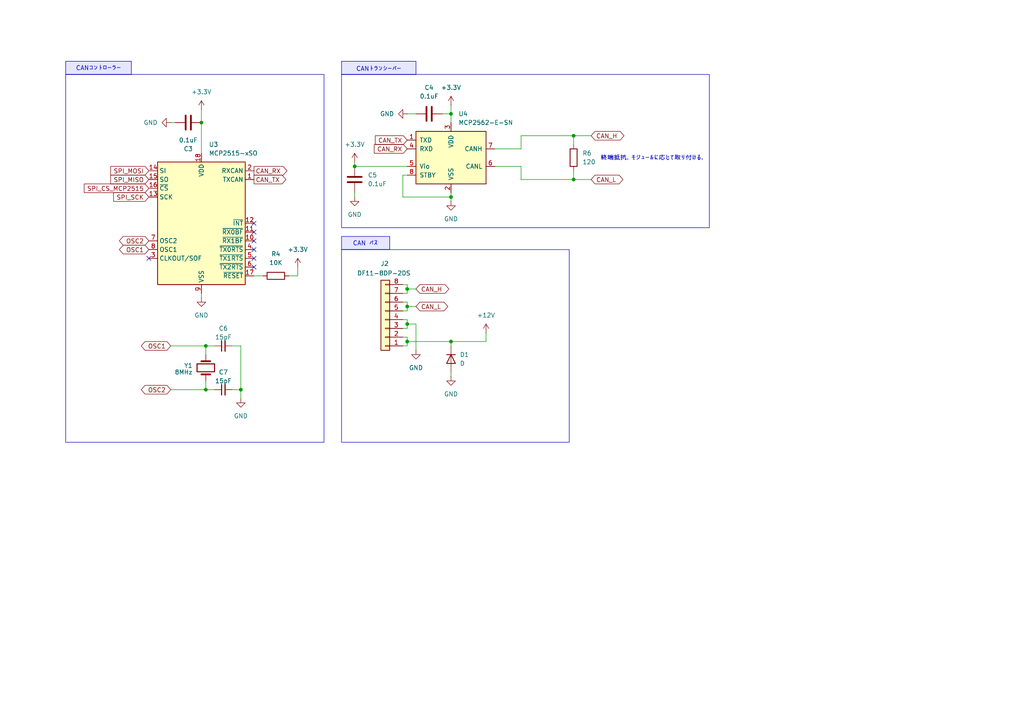
<source format=kicad_sch>
(kicad_sch (version 20250114) (generator "eeschema") (generator_version "9.0")
  (paper "A4")
  (lib_symbols
    (symbol "Connector_Generic:Conn_01x08" (pin_names (offset 1.016) (hide yes))
      (property "Reference" "J" (at 0 10.16 0))
      (property "Value" "Conn_01x08" (at 0 -12.7 0))
      (symbol "Conn_01x08_1_1"
        (rectangle (start -1.27 8.89) (end 1.27 -11.43) (stroke (width 0.254)) (fill (type background)))
        (rectangle (start -1.27 7.747) (end 0 7.493) (stroke (width 0.1524)))
        (rectangle (start -1.27 5.207) (end 0 4.953) (stroke (width 0.1524)))
        (rectangle (start -1.27 2.667) (end 0 2.413) (stroke (width 0.1524)))
        (rectangle (start -1.27 0.127) (end 0 -0.127) (stroke (width 0.1524)))
        (rectangle (start -1.27 -2.413) (end 0 -2.667) (stroke (width 0.1524)))
        (rectangle (start -1.27 -4.953) (end 0 -5.207) (stroke (width 0.1524)))
        (rectangle (start -1.27 -7.493) (end 0 -7.747) (stroke (width 0.1524)))
        (rectangle (start -1.27 -10.033) (end 0 -10.287) (stroke (width 0.1524)))
        (pin passive line (at -5.08 7.62 0) (length 3.81) (name "Pin_1") (number "1"))
        (pin passive line (at -5.08 5.08 0) (length 3.81) (name "Pin_2") (number "2"))
        (pin passive line (at -5.08 2.54 0) (length 3.81) (name "Pin_3") (number "3"))
        (pin passive line (at -5.08 0 0) (length 3.81) (name "Pin_4") (number "4"))
        (pin passive line (at -5.08 -2.54 0) (length 3.81) (name "Pin_5") (number "5"))
        (pin passive line (at -5.08 -5.08 0) (length 3.81) (name "Pin_6") (number "6"))
        (pin passive line (at -5.08 -7.62 0) (length 3.81) (name "Pin_7") (number "7"))
        (pin passive line (at -5.08 -10.16 0) (length 3.81) (name "Pin_8") (number "8"))
      )
    )
    (symbol "Device:C" (pin_numbers (hide yes)) (pin_names (offset 0.254))
      (property "Reference" "C" (at 0.635 2.54 0))
      (property "Value" "C" (at 0.635 -2.54 0))
      (symbol "C_0_1"
        (polyline (pts (xy -2.032 0.762) (xy 2.032 0.762)) (stroke (width 0.508)))
        (polyline (pts (xy -2.032 -0.762) (xy 2.032 -0.762)) (stroke (width 0.508)))
      )
      (symbol "C_1_1"
        (pin passive line (at 0 3.81 270) (length 2.794) (name "~") (number "1"))
        (pin passive line (at 0 -3.81 90) (length 2.794) (name "~") (number "2"))
      )
    )
    (symbol "Device:C_Small" (pin_numbers (hide yes)) (pin_names (offset 0.254) (hide yes))
      (property "Reference" "C" (at 0.254 1.778 0))
      (property "Value" "C_Small" (at 0.254 -2.032 0))
      (symbol "C_Small_0_1"
        (polyline (pts (xy -1.524 0.508) (xy 1.524 0.508)) (stroke (width 0.3048)))
        (polyline (pts (xy -1.524 -0.508) (xy 1.524 -0.508)) (stroke (width 0.3302)))
      )
      (symbol "C_Small_1_1"
        (pin passive line (at 0 2.54 270) (length 2.032) (name "~") (number "1"))
        (pin passive line (at 0 -2.54 90) (length 2.032) (name "~") (number "2"))
      )
    )
    (symbol "Device:Crystal" (pin_numbers (hide yes)) (pin_names (offset 1.016) (hide yes))
      (property "Reference" "Y" (at 0 3.81 0))
      (property "Value" "Crystal" (at 0 -3.81 0))
      (symbol "Crystal_0_1"
        (polyline (pts (xy -2.54 0) (xy -1.905 0)))
        (polyline (pts (xy -1.905 -1.27) (xy -1.905 1.27)) (stroke (width 0.508)))
        (rectangle (start -1.143 2.54) (end 1.143 -2.54) (stroke (width 0.3048)))
        (polyline (pts (xy 1.905 -1.27) (xy 1.905 1.27)) (stroke (width 0.508)))
        (polyline (pts (xy 2.54 0) (xy 1.905 0)))
      )
      (symbol "Crystal_1_1"
        (pin passive line (at -3.81 0 0) (length 1.27) (name "1") (number "1"))
        (pin passive line (at 3.81 0 180) (length 1.27) (name "2") (number "2"))
      )
    )
    (symbol "Device:D" (pin_numbers (hide yes)) (pin_names (offset 1.016) (hide yes))
      (property "Reference" "D" (at 0 2.54 0))
      (property "Value" "D" (at 0 -2.54 0))
      (symbol "D_0_1"
        (polyline (pts (xy -1.27 1.27) (xy -1.27 -1.27)) (stroke (width 0.254)))
        (polyline (pts (xy 1.27 1.27) (xy 1.27 -1.27) (xy -1.27 0) (xy 1.27 1.27)) (stroke (width 0.254)))
        (polyline (pts (xy 1.27 0) (xy -1.27 0)))
      )
      (symbol "D_1_1"
        (pin passive line (at -3.81 0 0) (length 2.54) (name "K") (number "1"))
        (pin passive line (at 3.81 0 180) (length 2.54) (name "A") (number "2"))
      )
    )
    (symbol "Device:R" (pin_numbers (hide yes)) (pin_names (offset 0))
      (property "Reference" "R" (at 2.032 0 90))
      (property "Value" "R" (at 0 0 90))
      (symbol "R_0_1"
        (rectangle (start -1.016 -2.54) (end 1.016 2.54) (stroke (width 0.254)))
      )
      (symbol "R_1_1"
        (pin passive line (at 0 3.81 270) (length 1.27) (name "~") (number "1"))
        (pin passive line (at 0 -3.81 90) (length 1.27) (name "~") (number "2"))
      )
    )
    (symbol "GND_1" (power) (pin_numbers (hide yes)) (pin_names (offset 0) (hide yes))
      (property "Value" "GND" (at 0 -3.81 0))
      (symbol "GND_1_0_1"
        (polyline (pts (xy 0 0) (xy 0 -1.27) (xy 1.27 -1.27) (xy 0 -2.54) (xy -1.27 -1.27) (xy 0 -1.27)))
      )
      (symbol "GND_1_1_1"
        (pin power_in line (at 0 0 270) (length 0) (name "~") (number "1"))
      )
    )
    (symbol "GND_2" (power) (pin_numbers (hide yes)) (pin_names (offset 0) (hide yes))
      (property "Value" "GND" (at 0 -3.81 0))
      (symbol "GND_2_0_1"
        (polyline (pts (xy 0 0) (xy 0 -1.27) (xy 1.27 -1.27) (xy 0 -2.54) (xy -1.27 -1.27) (xy 0 -1.27)))
      )
      (symbol "GND_2_1_1"
        (pin power_in line (at 0 0 270) (length 0) (name "~") (number "1"))
      )
    )
    (symbol "GND_3" (power) (pin_numbers (hide yes)) (pin_names (offset 0) (hide yes))
      (property "Value" "GND" (at 0 -3.81 0))
      (symbol "GND_3_0_1"
        (polyline (pts (xy 0 0) (xy 0 -1.27) (xy 1.27 -1.27) (xy 0 -2.54) (xy -1.27 -1.27) (xy 0 -1.27)))
      )
      (symbol "GND_3_1_1"
        (pin power_in line (at 0 0 270) (length 0) (name "~") (number "1"))
      )
    )
    (symbol "GND_4" (power) (pin_numbers (hide yes)) (pin_names (offset 0) (hide yes))
      (property "Value" "GND" (at 0 -3.81 0))
      (symbol "GND_4_0_1"
        (polyline (pts (xy 0 0) (xy 0 -1.27) (xy 1.27 -1.27) (xy 0 -2.54) (xy -1.27 -1.27) (xy 0 -1.27)))
      )
      (symbol "GND_4_1_1"
        (pin power_in line (at 0 0 270) (length 0) (name "~") (number "1"))
      )
    )
    (symbol "Interface_CAN_LIN:MCP2515-xSO"
      (property "Reference" "U" (at -10.16 19.685 0))
      (property "Value" "MCP2515-xSO" (at 19.05 20.32 0))
      (symbol "MCP2515-xSO_0_1"
        (rectangle (start -12.7 17.78) (end 12.7 -17.78) (stroke (width 0.254)) (fill (type background)))
      )
      (symbol "MCP2515-xSO_1_1"
        (pin input line (at -15.24 15.24 0) (length 2.54) (name "SI") (number "14"))
        (pin output line (at -15.24 12.7 0) (length 2.54) (name "SO") (number "15"))
        (pin input line (at -15.24 10.16 0) (length 2.54) (name "~{CS}") (number "16"))
        (pin input line (at -15.24 7.62 0) (length 2.54) (name "SCK") (number "13"))
        (pin output line (at -15.24 -5.08 0) (length 2.54) (name "OSC2") (number "7"))
        (pin input line (at -15.24 -7.62 0) (length 2.54) (name "OSC1") (number "8"))
        (pin output line (at -15.24 -10.16 0) (length 2.54) (name "CLKOUT/SOF") (number "3"))
        (pin power_in line (at 0 20.32 270) (length 2.54) (name "VDD") (number "18"))
        (pin power_in line (at 0 -20.32 90) (length 2.54) (name "VSS") (number "9"))
        (pin input line (at 15.24 15.24 180) (length 2.54) (name "RXCAN") (number "2"))
        (pin output line (at 15.24 12.7 180) (length 2.54) (name "TXCAN") (number "1"))
        (pin output line (at 15.24 0 180) (length 2.54) (name "~{INT}") (number "12"))
        (pin output line (at 15.24 -2.54 180) (length 2.54) (name "~{RX0BF}") (number "11"))
        (pin output line (at 15.24 -5.08 180) (length 2.54) (name "~{RX1BF}") (number "10"))
        (pin input line (at 15.24 -7.62 180) (length 2.54) (name "~{TX0RTS}") (number "4"))
        (pin input line (at 15.24 -10.16 180) (length 2.54) (name "~{TX1RTS}") (number "5"))
        (pin input line (at 15.24 -12.7 180) (length 2.54) (name "~{TX2RTS}") (number "6"))
        (pin input line (at 15.24 -15.24 180) (length 2.54) (name "~{RESET}") (number "17"))
      )
    )
    (symbol "Interface_CAN_LIN:MCP2562-E-SN" (pin_names (offset 1.016))
      (property "Reference" "U" (at -10.16 8.89 0))
      (property "Value" "MCP2562-E-SN" (at 2.54 8.89 0))
      (symbol "MCP2562-E-SN_0_1"
        (rectangle (start -10.16 7.62) (end 10.16 -7.62) (stroke (width 0.254)) (fill (type background)))
      )
      (symbol "MCP2562-E-SN_1_1"
        (pin input line (at -12.7 5.08 0) (length 2.54) (name "TXD") (number "1"))
        (pin output line (at -12.7 2.54 0) (length 2.54) (name "RXD") (number "4"))
        (pin power_in line (at -12.7 -2.54 0) (length 2.54) (name "Vio") (number "5"))
        (pin input line (at -12.7 -5.08 0) (length 2.54) (name "STBY") (number "8"))
        (pin power_in line (at 0 10.16 270) (length 2.54) (name "VDD") (number "3"))
        (pin power_in line (at 0 -10.16 90) (length 2.54) (name "VSS") (number "2"))
        (pin bidirectional line (at 12.7 2.54 180) (length 2.54) (name "CANH") (number "7"))
        (pin bidirectional line (at 12.7 -2.54 180) (length 2.54) (name "CANL") (number "6"))
      )
    )
    (symbol "power:+12V" (power) (pin_numbers (hide yes)) (pin_names (offset 0) (hide yes))
      (property "Value" "+12V" (at 0 3.556 0))
      (symbol "+12V_0_1"
        (polyline (pts (xy -0.762 1.27) (xy 0 2.54)))
        (polyline (pts (xy 0 2.54) (xy 0.762 1.27)))
        (polyline (pts (xy 0 0) (xy 0 2.54)))
      )
      (symbol "+12V_1_1"
        (pin power_in line (at 0 0 90) (length 0) (name "~") (number "1"))
      )
    )
    (symbol "power:+3.3V" (power) (pin_numbers (hide yes)) (pin_names (offset 0) (hide yes))
      (property "Value" "+3.3V" (at 0 3.556 0))
      (symbol "+3.3V_0_1"
        (polyline (pts (xy -0.762 1.27) (xy 0 2.54)))
        (polyline (pts (xy 0 2.54) (xy 0.762 1.27)))
        (polyline (pts (xy 0 0) (xy 0 2.54)))
      )
      (symbol "+3.3V_1_1"
        (pin power_in line (at 0 0 90) (length 0) (name "~") (number "1"))
      )
    )
    (symbol "power:GND" (power) (pin_names (offset 0))
      (property "Value" "GND" (at 0 -3.81 0))
      (symbol "GND_0_1"
        (polyline (pts (xy 0 0) (xy 0 -1.27) (xy 1.27 -1.27) (xy 0 -2.54) (xy -1.27 -1.27) (xy 0 -1.27)))
      )
      (symbol "GND_1_1"
        (pin power_in line (at 0 0 270) (length 0) (hide yes) (name "GND") (number "1"))
      )
    )
  )
  (rectangle (start 99.06 72.39) (end 165.1 128.27))
  (rectangle (start 99.06 21.59) (end 205.74 66.04))
  (rectangle (start 19.05 21.59) (end 93.98 128.27))
  (text "終端抵抗．モジュールに応じて取り付ける．" (at 189.484 45.974 0) (effects (font (size 1.27 1.27))))
  (text_box "CANコントローラー" (at 19.05 17.78 0) (size 19.05 3.81) (margins 0.9525 0.9525 0.9525 0.9525) (fill (type color) (color 0 0 255 0.1)) (effects (font (size 1.27 1.27))))
  (text_box "CAN バス" (at 99.06 68.58 0) (size 13.97 3.81) (margins 0.9525 0.9525 0.9525 0.9525) (fill (type color) (color 0 0 255 0.1)) (effects (font (size 1.27 1.27))))
  (text_box "CANトランシーバー" (at 99.06 17.78 0) (size 21.59 3.81) (margins 0.9525 0.9525 0.9525 0.9525) (fill (type color) (color 0 0 255 0.1)) (effects (font (size 1.27 1.27)) (justify bottom)))
  (junction (at 69.85 113.03))
  (junction (at 166.37 39.37))
  (junction (at 130.81 99.06))
  (junction (at 59.69 100.33))
  (junction (at 118.11 83.82))
  (junction (at 118.11 88.9))
  (junction (at 102.87 48.26))
  (junction (at 118.11 93.98))
  (junction (at 130.81 33.02))
  (junction (at 118.11 99.06))
  (junction (at 130.81 57.15))
  (junction (at 166.37 52.07))
  (junction (at 59.69 113.03))
  (junction (at 58.42 35.56))
  (no_connect (at 73.66 77.47))
  (no_connect (at 73.66 74.93))
  (no_connect (at 73.66 72.39))
  (no_connect (at 73.66 67.31))
  (no_connect (at 73.66 69.85))
  (no_connect (at 43.18 74.93))
  (no_connect (at 73.66 64.77))
  (wire (pts (xy 118.11 88.9) (xy 118.11 87.63)))
  (wire (pts (xy 166.37 52.07) (xy 151.13 52.07)))
  (wire (pts (xy 69.85 115.57) (xy 69.85 113.03)))
  (wire (pts (xy 116.84 50.8) (xy 116.84 57.15)))
  (wire (pts (xy 116.84 97.79) (xy 118.11 97.79)))
  (wire (pts (xy 130.81 99.06) (xy 140.97 99.06)))
  (wire (pts (xy 118.11 88.9) (xy 120.65 88.9)))
  (wire (pts (xy 166.37 49.53) (xy 166.37 52.07)))
  (wire (pts (xy 86.36 80.01) (xy 86.36 77.47)))
  (wire (pts (xy 102.87 55.88) (xy 102.87 57.15)))
  (wire (pts (xy 67.31 113.03) (xy 69.85 113.03)))
  (wire (pts (xy 118.11 99.06) (xy 130.81 99.06)))
  (wire (pts (xy 118.11 83.82) (xy 120.65 83.82)))
  (wire (pts (xy 69.85 113.03) (xy 69.85 100.33)))
  (wire (pts (xy 118.11 83.82) (xy 118.11 82.55)))
  (wire (pts (xy 118.11 85.09) (xy 118.11 83.82)))
  (wire (pts (xy 59.69 100.33) (xy 62.23 100.33)))
  (wire (pts (xy 151.13 43.18) (xy 143.51 43.18)))
  (wire (pts (xy 116.84 95.25) (xy 118.11 95.25)))
  (wire (pts (xy 58.42 31.75) (xy 58.42 35.56)))
  (wire (pts (xy 130.81 99.06) (xy 130.81 100.33)))
  (wire (pts (xy 166.37 39.37) (xy 166.37 41.91)))
  (wire (pts (xy 130.81 107.95) (xy 130.81 109.22)))
  (wire (pts (xy 140.97 96.52) (xy 140.97 99.06)))
  (wire (pts (xy 49.53 100.33) (xy 59.69 100.33)))
  (wire (pts (xy 116.84 85.09) (xy 118.11 85.09)))
  (wire (pts (xy 120.65 101.6) (xy 120.65 93.98)))
  (wire (pts (xy 151.13 52.07) (xy 151.13 48.26)))
  (wire (pts (xy 151.13 39.37) (xy 166.37 39.37)))
  (wire (pts (xy 116.84 82.55) (xy 118.11 82.55)))
  (wire (pts (xy 120.65 93.98) (xy 118.11 93.98)))
  (wire (pts (xy 130.81 57.15) (xy 130.81 58.42)))
  (wire (pts (xy 118.11 95.25) (xy 118.11 93.98)))
  (wire (pts (xy 118.11 100.33) (xy 118.11 99.06)))
  (wire (pts (xy 102.87 48.26) (xy 118.11 48.26)))
  (wire (pts (xy 118.11 93.98) (xy 118.11 92.71)))
  (wire (pts (xy 73.66 80.01) (xy 76.2 80.01)))
  (wire (pts (xy 128.27 33.02) (xy 130.81 33.02)))
  (wire (pts (xy 130.81 30.48) (xy 130.81 33.02)))
  (wire (pts (xy 116.84 92.71) (xy 118.11 92.71)))
  (wire (pts (xy 59.69 110.49) (xy 59.69 113.03)))
  (wire (pts (xy 49.53 35.56) (xy 50.8 35.56)))
  (wire (pts (xy 58.42 35.56) (xy 58.42 44.45)))
  (wire (pts (xy 116.84 100.33) (xy 118.11 100.33)))
  (wire (pts (xy 116.84 57.15) (xy 130.81 57.15)))
  (wire (pts (xy 102.87 46.99) (xy 102.87 48.26)))
  (wire (pts (xy 116.84 87.63) (xy 118.11 87.63)))
  (wire (pts (xy 118.11 33.02) (xy 120.65 33.02)))
  (wire (pts (xy 67.31 100.33) (xy 69.85 100.33)))
  (wire (pts (xy 49.53 113.03) (xy 59.69 113.03)))
  (wire (pts (xy 58.42 86.36) (xy 58.42 85.09)))
  (wire (pts (xy 118.11 50.8) (xy 116.84 50.8)))
  (wire (pts (xy 83.82 80.01) (xy 86.36 80.01)))
  (wire (pts (xy 151.13 39.37) (xy 151.13 43.18)))
  (wire (pts (xy 59.69 102.87) (xy 59.69 100.33)))
  (wire (pts (xy 130.81 33.02) (xy 130.81 35.56)))
  (wire (pts (xy 166.37 39.37) (xy 171.45 39.37)))
  (wire (pts (xy 59.69 113.03) (xy 62.23 113.03)))
  (wire (pts (xy 171.45 52.07) (xy 166.37 52.07)))
  (wire (pts (xy 118.11 90.17) (xy 118.11 88.9)))
  (wire (pts (xy 118.11 99.06) (xy 118.11 97.79)))
  (wire (pts (xy 143.51 48.26) (xy 151.13 48.26)))
  (wire (pts (xy 116.84 90.17) (xy 118.11 90.17)))
  (wire (pts (xy 130.81 57.15) (xy 130.81 55.88)))
  (global_label "SPI_CS_MCP2515" (shape input) (at 43.18 54.61 180) (property "Intersheetrefs" "${INTERSHEET_REFS}" (effects (hide yes))))
  (global_label "OSC1" (shape bidirectional) (at 49.53 100.33 180) (property "Intersheetrefs" "${INTERSHEET_REFS}" (effects (hide yes))))
  (global_label "SPI_SCK" (shape input) (at 43.18 57.15 180) (property "Intersheetrefs" "${INTERSHEET_REFS}" (effects (hide yes))))
  (global_label "CAN_TX" (shape input) (at 118.11 40.64 180) (property "Intersheetrefs" "${INTERSHEET_REFS}" (effects (hide yes))))
  (global_label "OSC1" (shape bidirectional) (at 43.18 72.39 180) (property "Intersheetrefs" "${INTERSHEET_REFS}" (effects (hide yes))))
  (global_label "CAN_RX" (shape input) (at 118.11 43.18 180) (property "Intersheetrefs" "${INTERSHEET_REFS}" (effects (hide yes))))
  (global_label "OSC2" (shape bidirectional) (at 49.53 113.03 180) (property "Intersheetrefs" "${INTERSHEET_REFS}" (effects (hide yes))))
  (global_label "CAN_H" (shape bidirectional) (at 120.65 83.82 0) (property "Intersheetrefs" "${INTERSHEET_REFS}" (effects (hide yes))))
  (global_label "CAN_RX" (shape output) (at 73.66 49.53 0) (property "Intersheetrefs" "${INTERSHEET_REFS}" (effects (hide yes))))
  (global_label "SPI_MOSI" (shape input) (at 43.18 49.53 180) (property "Intersheetrefs" "${INTERSHEET_REFS}" (effects (hide yes))))
  (global_label "CAN_L" (shape bidirectional) (at 171.45 52.07 0) (property "Intersheetrefs" "${INTERSHEET_REFS}" (effects (hide yes))))
  (global_label "SPI_MISO" (shape input) (at 43.18 52.07 180) (property "Intersheetrefs" "${INTERSHEET_REFS}" (effects (hide yes))))
  (global_label "CAN_L" (shape bidirectional) (at 120.65 88.9 0) (property "Intersheetrefs" "${INTERSHEET_REFS}" (effects (hide yes))))
  (global_label "CAN_TX" (shape output) (at 73.66 52.07 0) (property "Intersheetrefs" "${INTERSHEET_REFS}" (effects (hide yes))))
  (global_label "CAN_H" (shape bidirectional) (at 171.45 39.37 0) (property "Intersheetrefs" "${INTERSHEET_REFS}" (effects (hide yes))))
  (global_label "OSC2" (shape bidirectional) (at 43.18 69.85 180) (property "Intersheetrefs" "${INTERSHEET_REFS}" (effects (hide yes))))
  (symbol (lib_id "power:+3.3V") (at 58.42 31.75 0) (unit 1)
    (property "Reference" "#PWR014" (effects (hide yes)))
    (property "Value" "+3.3V" (at 58.42 26.67 0))
    (property "Description" "Power symbol creates a global label with name \"+3.3V\"" (effects (hide yes)))
  )
  (symbol (lib_id "Device:C") (at 54.61 35.56 270) (mirror x) (unit 1)
    (property "Reference" "C3" (at 54.61 43.18 90))
    (property "Value" "0.1uF" (at 54.61 40.64 90))
    (property "Footprint" "Capacitor_SMD:C_0603_1608Metric_Pad1.08x0.95mm_HandSolder" (effects (hide yes)))
    (property "Description" "Unpolarized capacitor" (effects (hide yes)))
  )
  (symbol (lib_name "GND_3") (lib_id "power:GND") (at 49.53 35.56 270) (unit 1)
    (property "Reference" "#PWR019" (effects (hide yes)))
    (property "Value" "GND" (at 45.72 35.5599 90) (effects (justify right)))
    (property "Description" "Power symbol creates a global label with name \"GND\" , ground" (effects (hide yes)))
  )
  (symbol (lib_id "power:+3.3V") (at 102.87 46.99 0) (unit 1)
    (property "Reference" "#PWR018" (effects (hide yes)))
    (property "Value" "+3.3V" (at 102.87 41.91 0))
    (property "Description" "Power symbol creates a global label with name \"+3.3V\"" (effects (hide yes)))
  )
  (symbol (lib_name "GND_2") (lib_id "power:GND") (at 130.81 58.42 0) (unit 1)
    (property "Reference" "#PWR017" (effects (hide yes)))
    (property "Value" "GND" (at 130.81 63.5 0))
    (property "Description" "Power symbol creates a global label with name \"GND\" , ground" (effects (hide yes)))
  )
  (symbol (lib_name "GND_4") (lib_id "power:GND") (at 120.65 101.6 0) (unit 1)
    (property "Reference" "#PWR02" (effects (hide yes)))
    (property "Value" "GND" (at 120.65 106.68 0))
    (property "Description" "Power symbol creates a global label with name \"GND\" , ground" (effects (hide yes)))
  )
  (symbol (lib_id "Device:Crystal") (at 59.69 106.68 270) (mirror x) (unit 1)
    (property "Reference" "Y1" (at 55.88 106.045 90) (effects (justify right)))
    (property "Value" "8MHz" (at 55.88 107.95 90) (effects (justify right)))
    (property "Footprint" "Crystal:Crystal_SMD_HC49-SD" (effects (hide yes)))
    (property "Datasheet" "https://akizukidenshi.com/catalog/g/gP-08667/" (effects (hide yes)))
  )
  (symbol (lib_name "GND_2") (lib_id "power:GND") (at 118.11 33.02 270) (unit 1)
    (property "Reference" "#PWR027" (effects (hide yes)))
    (property "Value" "GND" (at 114.3 33.0199 90) (effects (justify right)))
    (property "Description" "Power symbol creates a global label with name \"GND\" , ground" (effects (hide yes)))
  )
  (symbol (lib_id "power:+3.3V") (at 130.81 30.48 0) (unit 1)
    (property "Reference" "#PWR016" (effects (hide yes)))
    (property "Value" "+3.3V" (at 130.81 25.4 0))
    (property "Description" "Power symbol creates a global label with name \"+3.3V\"" (effects (hide yes)))
  )
  (symbol (lib_id "Device:C_Small") (at 64.77 113.03 90) (unit 1)
    (property "Reference" "C7" (at 64.7763 107.95 90))
    (property "Value" "15pF" (at 64.7763 110.49 90))
    (property "Footprint" "Capacitor_SMD:C_0603_1608Metric_Pad1.08x0.95mm_HandSolder" (effects (hide yes)))
    (property "Datasheet" "https://akizukidenshi.com/catalog/g/gP-16143/" (effects (hide yes)))
  )
  (symbol (lib_id "Device:D") (at 130.81 104.14 270) (unit 1)
    (property "Reference" "D1" (at 133.35 102.8699 90) (effects (justify left)))
    (property "Value" "D" (at 133.35 105.4099 90) (effects (justify left)))
    (property "Description" "Diode" (effects (hide yes)))
    (property "Sim.Device" "D" (effects (hide yes)))
    (property "Sim.Pins" "1=K 2=A" (effects (hide yes)))
  )
  (symbol (lib_name "GND_4") (lib_id "power:GND") (at 130.81 109.22 0) (unit 1)
    (property "Reference" "#PWR03" (effects (hide yes)))
    (property "Value" "GND" (at 130.81 114.3 0))
    (property "Description" "Power symbol creates a global label with name \"GND\" , ground" (effects (hide yes)))
  )
  (symbol (lib_id "Interface_CAN_LIN:MCP2562-E-SN") (at 130.81 45.72 0) (unit 1)
    (property "Reference" "U4" (at 132.9533 33.02 0) (effects (justify left)))
    (property "Value" "MCP2562-E-SN" (at 132.9533 35.56 0) (effects (justify left)))
    (property "Footprint" "Package_SO:SOIC-8_3.9x4.9mm_P1.27mm" (effects (hide yes)))
    (property "Datasheet" "http://ww1.microchip.com/downloads/en/DeviceDoc/25167A.pdf" (effects (hide yes)))
    (property "Description" "High-Speed CAN Transceiver, 1Mbps, 5V supply, Vio pin, -40C to +125C, SOIC-8" (effects (hide yes)))
  )
  (symbol (lib_id "power:GND") (at 69.85 115.57 0) (unit 1)
    (property "Reference" "#PWR025" (effects (hide yes)))
    (property "Value" "GND" (at 69.85 120.65 0))
  )
  (symbol (lib_name "GND_2") (lib_id "power:GND") (at 102.87 57.15 0) (unit 1)
    (property "Reference" "#PWR028" (effects (hide yes)))
    (property "Value" "GND" (at 102.87 62.23 0))
    (property "Description" "Power symbol creates a global label with name \"GND\" , ground" (effects (hide yes)))
  )
  (symbol (lib_id "Device:C") (at 124.46 33.02 90) (unit 1)
    (property "Reference" "C4" (at 124.46 25.4 90))
    (property "Value" "0.1uF" (at 124.46 27.94 90))
    (property "Footprint" "Capacitor_SMD:C_0603_1608Metric_Pad1.08x0.95mm_HandSolder" (effects (hide yes)))
    (property "Description" "Unpolarized capacitor" (effects (hide yes)))
  )
  (symbol (lib_id "power:+3.3V") (at 86.36 77.47 0) (unit 1)
    (property "Reference" "#PWR015" (effects (hide yes)))
    (property "Value" "+3.3V" (at 86.36 72.39 0))
    (property "Description" "Power symbol creates a global label with name \"+3.3V\"" (effects (hide yes)))
  )
  (symbol (lib_id "Device:C_Small") (at 64.77 100.33 90) (unit 1)
    (property "Reference" "C6" (at 64.7763 95.25 90))
    (property "Value" "15pF" (at 64.7763 97.79 90))
    (property "Footprint" "Capacitor_SMD:C_0603_1608Metric_Pad1.08x0.95mm_HandSolder" (effects (hide yes)))
    (property "Datasheet" "https://akizukidenshi.com/catalog/g/gP-16143/" (effects (hide yes)))
  )
  (symbol (lib_id "Connector_Generic:Conn_01x08") (at 111.76 92.71 180) (unit 1)
    (property "Reference" "J2" (at 112.776 76.454 0) (effects (justify left)))
    (property "Value" "DF11-8DP-2DS" (at 119.126 79.248 0) (effects (justify left)))
    (property "Footprint" "TSRP_Connector_Hirose:DF11-8DP-2DS" (effects (hide yes)))
    (property "Description" "Generic connector, single row, 01x08, script generated (kicad-library-utils/schlib/autogen/connector/)" (effects (hide yes)))
  )
  (symbol (lib_id "Device:C") (at 102.87 52.07 180) (unit 1)
    (property "Reference" "C5" (at 106.68 50.7999 0) (effects (justify right)))
    (property "Value" "0.1uF" (at 106.68 53.3399 0) (effects (justify right)))
    (property "Footprint" "Capacitor_SMD:C_0603_1608Metric_Pad1.08x0.95mm_HandSolder" (effects (hide yes)))
    (property "Description" "Unpolarized capacitor" (effects (hide yes)))
  )
  (symbol (lib_id "Device:R") (at 166.37 45.72 180) (unit 1)
    (property "Reference" "R6" (at 168.91 44.4499 0) (effects (justify right)))
    (property "Value" "120" (at 168.91 46.9899 0) (effects (justify right)))
    (property "Footprint" "Resistor_SMD:R_0603_1608Metric_Pad0.98x0.95mm_HandSolder" (effects (hide yes)))
    (property "Description" "Resistor" (effects (hide yes)))
  )
  (symbol (lib_id "Interface_CAN_LIN:MCP2515-xSO") (at 58.42 64.77 0) (unit 1)
    (property "Reference" "U3" (at 60.5633 41.91 0) (effects (justify left)))
    (property "Value" "MCP2515-xSO" (at 60.5633 44.45 0) (effects (justify left)))
    (property "Footprint" "Package_SO:SOIC-18W_7.5x11.6mm_P1.27mm" (effects (hide yes)))
    (property "Datasheet" "http://ww1.microchip.com/downloads/en/DeviceDoc/21801e.pdf" (effects (hide yes)))
    (property "Description" "Stand-Alone CAN Controller with SPI Interface, SOIC-18" (effects (hide yes)))
  )
  (symbol (lib_id "power:+12V") (at 140.97 96.52 0) (unit 1)
    (property "Reference" "#PWR01" (effects (hide yes)))
    (property "Value" "+12V" (at 140.97 91.44 0))
    (property "Description" "Power symbol creates a global label with name \"+12V\"" (effects (hide yes)))
  )
  (symbol (lib_id "Device:R") (at 80.01 80.01 90) (unit 1)
    (property "Reference" "R4" (at 80.01 73.66 90))
    (property "Value" "10K" (at 80.01 76.2 90))
    (property "Footprint" "Resistor_SMD:R_0603_1608Metric_Pad0.98x0.95mm_HandSolder" (effects (hide yes)))
    (property "Description" "Resistor" (effects (hide yes)))
  )
  (symbol (lib_name "GND_1") (lib_id "power:GND") (at 58.42 86.36 0) (unit 1)
    (property "Reference" "#PWR013" (effects (hide yes)))
    (property "Value" "GND" (at 58.42 91.44 0))
    (property "Description" "Power symbol creates a global label with name \"GND\" , ground" (effects (hide yes)))
  )
)
</source>
